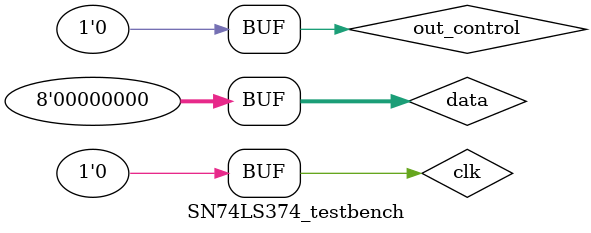
<source format=v>
`timescale 1ns / 1ps


module SN74LS374_testbench;

	// Inputs
	reg [7:0] data;
	reg clk;
	reg out_control;

	// Outputs
	wire [7:0] out;

	// Instantiate the Unit Under Test (UUT)
	SN74LS374 uut (
		.data(data), 
		.clk(clk), 
		.out_control(out_control), 
		.out(out)
	);

	initial begin
		// Initialize Inputs
		data = 0;
		clk = 0;
		out_control = 0;

		// Wait 100 ns for global reset to finish
		#100;
        
		// Add stimulus here

	end
      
endmodule


</source>
